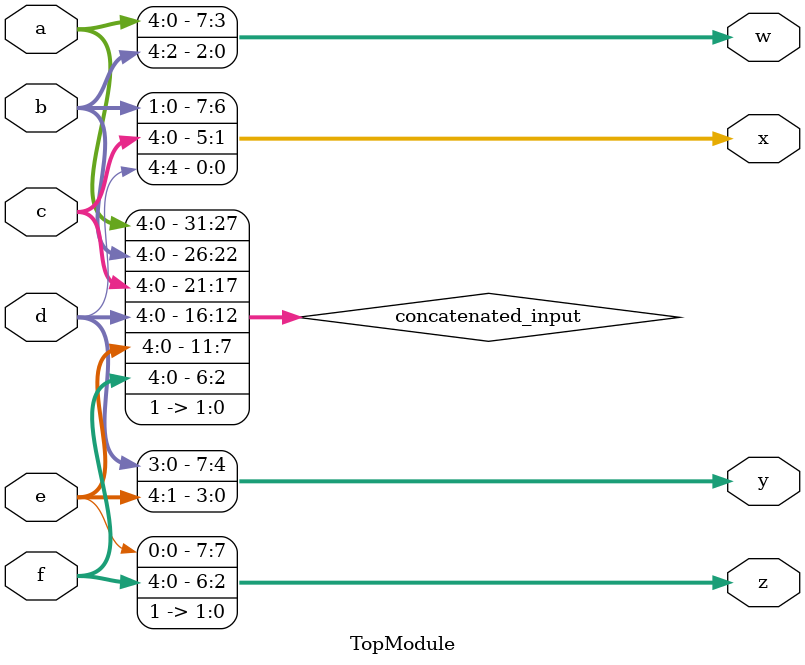
<source format=sv>
module TopModule(
    input  [4:0] a,
    input  [4:0] b,
    input  [4:0] c,
    input  [4:0] d,
    input  [4:0] e,
    input  [4:0] f,
    output [7:0] w,
    output [7:0] x,
    output [7:0] y,
    output [7:0] z
);

    // Concatenation of inputs with two additional '1' bits
    wire [31:0] concatenated_input;
    assign concatenated_input = {a, b, c, d, e, f, 2'b11};

    // Assigning the 8-bit slices to the outputs
    assign w = concatenated_input[31:24];
    assign x = concatenated_input[23:16];
    assign y = concatenated_input[15:8];
    assign z = concatenated_input[7:0];

endmodule
</source>
